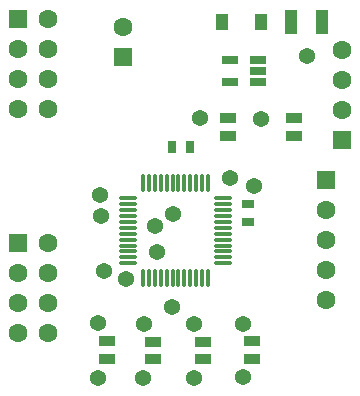
<source format=gts>
%FSTAX23Y23*%
%MOIN*%
%SFA1B1*%

%IPPOS*%
%ADD21R,0.043310X0.078740*%
%ADD22R,0.053150X0.037400*%
%ADD23O,0.065020X0.013840*%
%ADD24O,0.013840X0.065020*%
%ADD25R,0.055180X0.031560*%
%ADD26R,0.039830X0.052030*%
%ADD27R,0.039430X0.031560*%
%ADD28R,0.031560X0.039430*%
%ADD29R,0.063060X0.063060*%
%ADD30C,0.063060*%
%ADD31C,0.054000*%
G54D21*
X01141Y013D03*
X01243D03*
G54D22*
X0101Y00177D03*
Y00236D03*
X00845Y00176D03*
Y00235D03*
X00679Y00176D03*
Y00235D03*
X00527Y00178D03*
Y00237D03*
X0093Y0092D03*
Y00979D03*
X0115Y0092D03*
Y0098D03*
G54D23*
X00913Y00713D03*
Y00693D03*
Y00673D03*
Y00654D03*
Y00634D03*
Y00614D03*
Y00595D03*
Y00575D03*
Y00555D03*
Y00536D03*
Y00516D03*
Y00496D03*
X00596D03*
Y00516D03*
Y00536D03*
Y00555D03*
Y00575D03*
Y00595D03*
Y00614D03*
Y00634D03*
Y00654D03*
Y00673D03*
Y00693D03*
Y00713D03*
G54D24*
X00863Y00446D03*
X00843D03*
X00823D03*
X00804D03*
X00784D03*
X00764D03*
X00745D03*
X00725D03*
X00705D03*
X00686D03*
X00666D03*
X00646D03*
Y00763D03*
X00666D03*
X00686D03*
X00705D03*
X00725D03*
X00745D03*
X00764D03*
X00784D03*
X00804D03*
X00823D03*
X00843D03*
X00863D03*
G54D25*
X01029Y011D03*
Y01137D03*
Y01175D03*
X00935D03*
Y011D03*
G54D26*
X0104Y013D03*
X00911D03*
G54D27*
X00995Y00633D03*
Y00692D03*
G54D28*
X00742Y00882D03*
X00802D03*
G54D29*
X00581Y01184D03*
X0023Y0131D03*
Y00565D03*
X01257Y00775D03*
X01309Y00906D03*
G54D30*
X00581Y01284D03*
X0033Y0101D03*
X0023D03*
X0033Y0111D03*
X0023D03*
X0033Y0121D03*
X0023D03*
X0033Y0131D03*
Y00265D03*
X0023D03*
X0033Y00365D03*
X0023D03*
X0033Y00465D03*
X0023D03*
X0033Y00565D03*
X01257Y00375D03*
Y00475D03*
Y00575D03*
Y00675D03*
X01309Y01206D03*
Y01106D03*
Y01006D03*
G54D31*
X00981Y00292D03*
X00816D03*
X00742Y0035D03*
X00748Y0066D03*
X00835Y0098D03*
X0059Y00442D03*
X00516Y00471D03*
X00504Y00725D03*
X00498Y00113D03*
X00692Y00535D03*
X00506Y00654D03*
X00935Y0078D03*
X01192Y01187D03*
X00648Y00112D03*
X00981Y00117D03*
X00497Y00298D03*
X01015Y00755D03*
X0065Y00293D03*
X0104Y00977D03*
X00686Y00621D03*
X00817Y00112D03*
M02*
</source>
